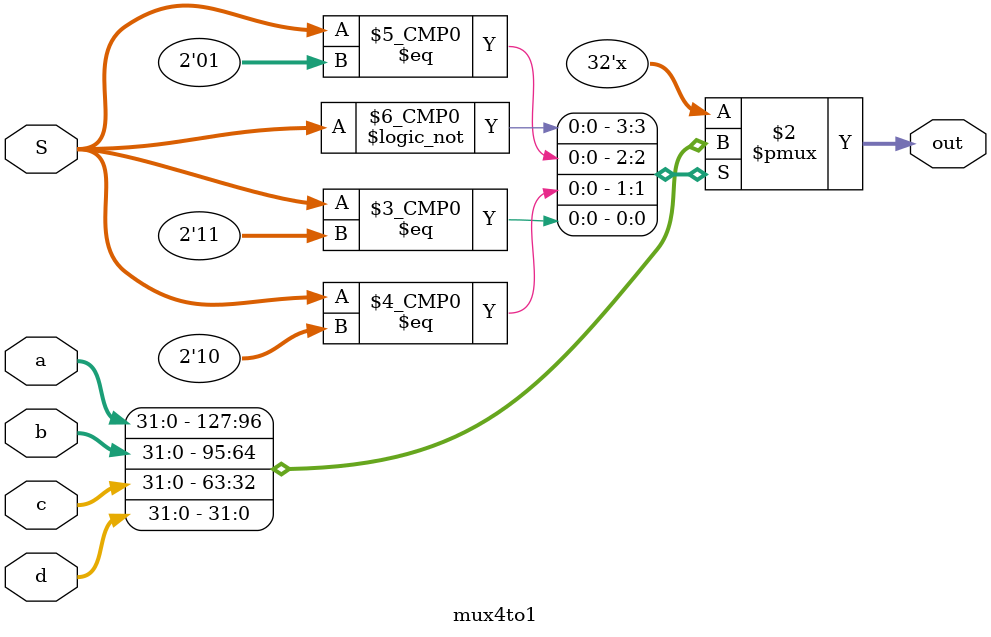
<source format=v>
module mux4to1 #(parameter DW = 32)( a, b, c, d, S, out);

input wire [DW-1:0] a, b, c, d;
input wire [1:0] S;
output reg [DW-1:0] out;

always @ (a or b or c or d or S)
begin

case (S)
2'b00 : out <= a;
2'b01 : out <= b;
2'b10 : out <= c;
2'b11 : out <= d;
endcase

end

endmodule
</source>
